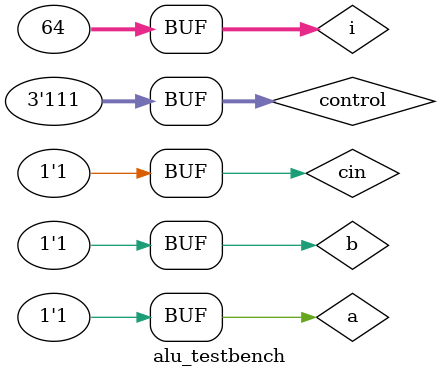
<source format=sv>


module alu(a, b, cin, cout, out, control);
	input a, b, cin; //Bus A, Bus B, carry in
	output cout, out; //carry out, output
	input [2:0] control; //control signal
	wire [1:0] carryOut; // all carry outs
	wire [7:0] results; // all resulting operations
	
	// 000 b
	always_comb begin
	results[0] = b;
	
	// 010 a+b, TO DO: implement these with adder
	results[2] = 0;
	carryOut[0] = 0;
	 
	// 011 a-b, TO DO: implement these with adder
	results[3] = 0;
	carryOut[1] = 0;
	end
	// 100 a&b
	and aANDb(results[4], a, b);
	
	// 101 a|b
	or aORb(results[6], a, b);
	
	// 110 a^b
	xor xorGate(results[6], a, b);
endmodule

// alu testbench module
module alu_testbench();
	reg a, b, cin; //Bus A, Bus B, carry in
	wire cout, out; //carry out, output
	reg [2:0] control; //control signal
	
	alu dut(.a, .b, .cin, .cout, .out, .control);
	
	integer i;
	initial begin
		for (i=0; i<2**6; i++) begin
			{a, b, cin, control[0], control[1], control[2]} = i; #10;
		end
	end
endmodule
</source>
